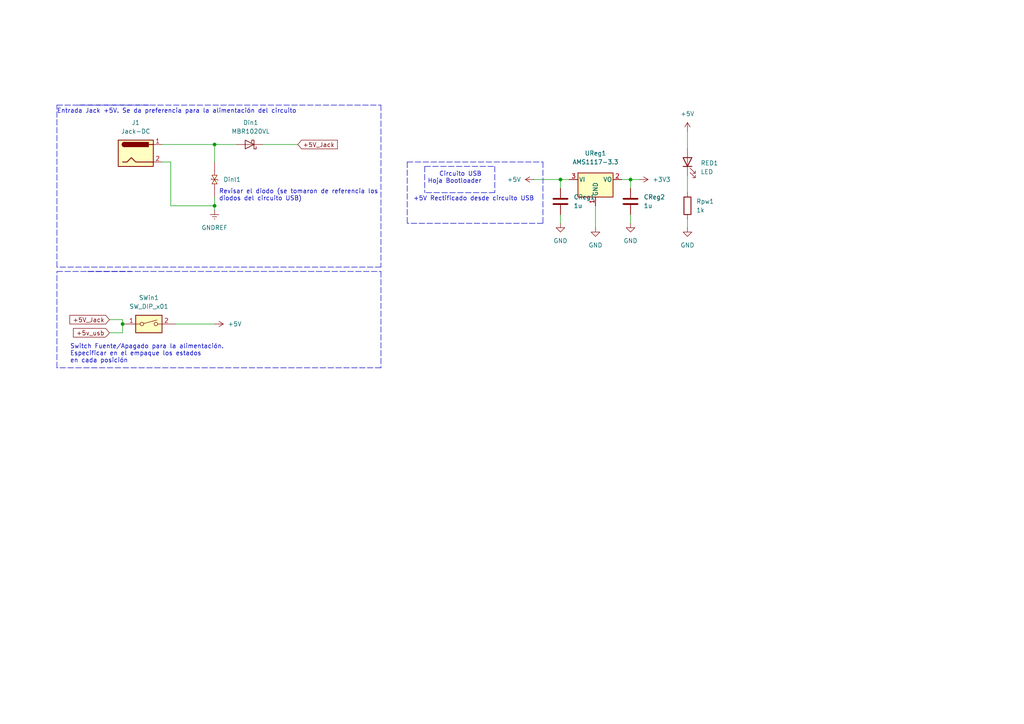
<source format=kicad_sch>
(kicad_sch (version 20211123) (generator eeschema)
  (paper "A4")
  (lib_symbols
    (symbol "Connector:Jack-DC" (pin_names (offset 1.016))
      (property "Reference" "J" (at 0 5.334 0))
      (property "Value" "Jack-DC" (at 0 -5.08 0))
      (symbol "Jack-DC_0_1"
        (rectangle (start -5.08 3.81) (end 5.08 -3.81) (stroke (width 0.254)) (fill (type background)))
        (arc (start -3.302 3.175) (mid -3.937 2.54) (end -3.302 1.905) (stroke (width 0.254)))
        (arc (start -3.302 3.175) (mid -3.937 2.54) (end -3.302 1.905) (stroke (width 0.254)) (fill (type outline)))
        (polyline (pts (xy 5.08 2.54) (xy 3.81 2.54)) (stroke (width 0.254)))
        (polyline (pts (xy -3.81 -2.54) (xy -2.54 -2.54) (xy -1.27 -1.27) (xy 0 -2.54) (xy 2.54 -2.54) (xy 5.08 -2.54)) (stroke (width 0.254)))
        (rectangle (start 3.683 3.175) (end -3.302 1.905) (stroke (width 0.254)) (fill (type outline)))
      )
      (symbol "Jack-DC_1_1"
        (pin passive line (at 7.62 2.54 180) (length 2.54) (name "~") (number "1"))
        (pin passive line (at 7.62 -2.54 180) (length 2.54) (name "~") (number "2"))
      )
    )
    (symbol "Device:C" (pin_numbers hide) (pin_names (offset 0.254))
      (property "Reference" "C" (at 0.635 2.54 0))
      (property "Value" "C" (at 0.635 -2.54 0))
      (symbol "C_0_1"
        (polyline (pts (xy -2.032 -0.762) (xy 2.032 -0.762)) (stroke (width 0.508)))
        (polyline (pts (xy -2.032 0.762) (xy 2.032 0.762)) (stroke (width 0.508)))
      )
      (symbol "C_1_1"
        (pin passive line (at 0 3.81 270) (length 2.794) (name "~") (number "1"))
        (pin passive line (at 0 -3.81 90) (length 2.794) (name "~") (number "2"))
      )
    )
    (symbol "Device:LED" (pin_numbers hide) (pin_names (offset 1.016) hide)
      (property "Reference" "D" (at 0 2.54 0))
      (property "Value" "LED" (at 0 -2.54 0))
      (symbol "LED_0_1"
        (polyline (pts (xy -1.27 -1.27) (xy -1.27 1.27)) (stroke (width 0.254)))
        (polyline (pts (xy -1.27 0) (xy 1.27 0)))
        (polyline (pts (xy 1.27 -1.27) (xy 1.27 1.27) (xy -1.27 0) (xy 1.27 -1.27)) (stroke (width 0.254)))
        (polyline (pts (xy -3.048 -0.762) (xy -4.572 -2.286) (xy -3.81 -2.286) (xy -4.572 -2.286) (xy -4.572 -1.524)))
        (polyline (pts (xy -1.778 -0.762) (xy -3.302 -2.286) (xy -2.54 -2.286) (xy -3.302 -2.286) (xy -3.302 -1.524)))
      )
      (symbol "LED_1_1"
        (pin passive line (at -3.81 0 0) (length 2.54) (name "K") (number "1"))
        (pin passive line (at 3.81 0 180) (length 2.54) (name "A") (number "2"))
      )
    )
    (symbol "Device:R" (pin_numbers hide) (pin_names (offset 0))
      (property "Reference" "R" (at 2.032 0 90))
      (property "Value" "R" (at 0 0 90))
      (symbol "R_0_1"
        (rectangle (start -1.016 -2.54) (end 1.016 2.54) (stroke (width 0.254)))
      )
      (symbol "R_1_1"
        (pin passive line (at 0 3.81 270) (length 1.27) (name "~") (number "1"))
        (pin passive line (at 0 -3.81 90) (length 1.27) (name "~") (number "2"))
      )
    )
    (symbol "Diode:MBR1020VL" (pin_numbers hide) (pin_names hide)
      (property "Reference" "D" (at 0 2.54 0))
      (property "Value" "MBR1020VL" (at 0 -2.54 0))
      (symbol "MBR1020VL_0_1"
        (polyline (pts (xy 1.27 0) (xy -1.27 0)))
        (polyline (pts (xy 1.27 1.27) (xy 1.27 -1.27) (xy -1.27 0) (xy 1.27 1.27)) (stroke (width 0.2032)))
        (polyline (pts (xy -1.905 0.635) (xy -1.905 1.27) (xy -1.27 1.27) (xy -1.27 -1.27) (xy -0.635 -1.27) (xy -0.635 -0.635)) (stroke (width 0.2032)))
      )
      (symbol "MBR1020VL_1_1"
        (pin passive line (at -3.81 0 0) (length 2.54) (name "K") (number "1"))
        (pin passive line (at 3.81 0 180) (length 2.54) (name "A") (number "2"))
      )
    )
    (symbol "LESD5D5.0CT1G:LESD5D5.0CT1G" (pin_numbers hide) (pin_names (offset 1.016) hide)
      (property "Reference" "D" (at -5.08 2.54 0))
      (property "Value" "LESD5D5.0CT1G" (at -5.08 -5.08 0))
      (symbol "LESD5D5.0CT1G_0_0"
        (polyline (pts (xy -1.27 0) (xy -2.54 0)) (stroke (width 0.1524)))
        (polyline (pts (xy 0 -0.762) (xy -0.254 -1.016)) (stroke (width 0.1524)))
        (polyline (pts (xy 0 -0.762) (xy 0 0.762)) (stroke (width 0.1524)))
        (polyline (pts (xy 0 0.762) (xy 0.254 1.016)) (stroke (width 0.1524)))
        (polyline (pts (xy 1.27 0) (xy 2.54 0)) (stroke (width 0.1524)))
        (polyline (pts (xy 0 0) (xy -1.27 -0.762) (xy -1.27 0.762) (xy 0 0)) (stroke (width 0.1524)) (fill (type background)))
        (polyline (pts (xy 0 0) (xy 1.27 0.762) (xy 1.27 -0.762) (xy 0 0)) (stroke (width 0.1524)) (fill (type background)))
        (pin passive line (at -5.08 0 0) (length 2.54) (name "~") (number "1"))
        (pin passive line (at 5.08 0 180) (length 2.54) (name "~") (number "2"))
      )
    )
    (symbol "Regulator_Linear:AMS1117-3.3" (pin_names (offset 0.254))
      (property "Reference" "U" (at -3.81 3.175 0))
      (property "Value" "AMS1117-3.3" (at 0 3.175 0))
      (symbol "AMS1117-3.3_0_1"
        (rectangle (start -5.08 -5.08) (end 5.08 1.905) (stroke (width 0.254)) (fill (type background)))
      )
      (symbol "AMS1117-3.3_1_1"
        (pin power_in line (at 0 -7.62 90) (length 2.54) (name "GND") (number "1"))
        (pin power_out line (at 7.62 0 180) (length 2.54) (name "VO") (number "2"))
        (pin power_in line (at -7.62 0 0) (length 2.54) (name "VI") (number "3"))
      )
    )
    (symbol "Switch:SW_DIP_x01" (pin_names (offset 0) hide)
      (property "Reference" "SW" (at 0 3.81 0))
      (property "Value" "SW_DIP_x01" (at 0 -3.81 0))
      (symbol "SW_DIP_x01_0_0"
        (circle (center -2.032 0) (radius 0.508))
        (polyline (pts (xy -1.524 0.127) (xy 2.3622 1.1684)))
        (circle (center 2.032 0) (radius 0.508))
      )
      (symbol "SW_DIP_x01_0_1"
        (rectangle (start -3.81 2.54) (end 3.81 -2.54) (stroke (width 0.254)) (fill (type background)))
      )
      (symbol "SW_DIP_x01_1_1"
        (pin passive line (at -7.62 0 0) (length 5.08) (name "~") (number "1"))
        (pin passive line (at 7.62 0 180) (length 5.08) (name "~") (number "2"))
      )
    )
    (symbol "power:+3.3V" (power) (pin_names (offset 0))
      (property "Value" "+3.3V" (at 0 3.556 0))
      (symbol "+3.3V_0_1"
        (polyline (pts (xy -0.762 1.27) (xy 0 2.54)))
        (polyline (pts (xy 0 0) (xy 0 2.54)))
        (polyline (pts (xy 0 2.54) (xy 0.762 1.27)))
      )
      (symbol "+3.3V_1_1"
        (pin power_in line (at 0 0 90) (length 0) hide (name "+3V3") (number "1"))
      )
    )
    (symbol "power:+5V" (power) (pin_names (offset 0))
      (property "Value" "+5V" (at 0 3.556 0))
      (symbol "+5V_0_1"
        (polyline (pts (xy -0.762 1.27) (xy 0 2.54)))
        (polyline (pts (xy 0 0) (xy 0 2.54)))
        (polyline (pts (xy 0 2.54) (xy 0.762 1.27)))
      )
      (symbol "+5V_1_1"
        (pin power_in line (at 0 0 90) (length 0) hide (name "+5V") (number "1"))
      )
    )
    (symbol "power:GND" (power) (pin_names (offset 0))
      (property "Value" "GND" (at 0 -3.81 0))
      (symbol "GND_0_1"
        (polyline (pts (xy 0 0) (xy 0 -1.27) (xy 1.27 -1.27) (xy 0 -2.54) (xy -1.27 -1.27) (xy 0 -1.27)))
      )
      (symbol "GND_1_1"
        (pin power_in line (at 0 0 270) (length 0) hide (name "GND") (number "1"))
      )
    )
    (symbol "power:GNDREF" (power) (pin_names (offset 0))
      (property "Value" "GNDREF" (at 0 -3.81 0))
      (symbol "GNDREF_0_1"
        (polyline (pts (xy -0.635 -1.905) (xy 0.635 -1.905)))
        (polyline (pts (xy -0.127 -2.54) (xy 0.127 -2.54)))
        (polyline (pts (xy 0 -1.27) (xy 0 0)))
        (polyline (pts (xy 1.27 -1.27) (xy -1.27 -1.27)))
      )
      (symbol "GNDREF_1_1"
        (pin power_in line (at 0 0 270) (length 0) hide (name "GNDREF") (number "1"))
      )
    )
  )
  (junction (at 62.23 41.91))
  (junction (at 35.56 93.98))
  (junction (at 62.23 59.69))
  (junction (at 162.56 52.07))
  (junction (at 182.88 52.07))
  (wire (pts (xy 199.39 50.8) (xy 199.39 55.88)))
  (wire (pts (xy 162.56 52.07) (xy 165.1 52.07)))
  (wire (pts (xy 162.56 62.23) (xy 162.56 64.77)))
  (wire (pts (xy 46.99 41.91) (xy 62.23 41.91)))
  (wire (pts (xy 35.56 92.71) (xy 35.56 93.98)))
  (polyline (pts (xy 118.11 46.99) (xy 118.11 64.77)))
  (polyline (pts (xy 16.51 30.48) (xy 43.18 30.48)))
  (polyline (pts (xy 110.49 78.74) (xy 110.49 106.68)))
  (wire (pts (xy 62.23 59.69) (xy 62.23 57.15)))
  (wire (pts (xy 199.39 63.5) (xy 199.39 66.04)))
  (polyline (pts (xy 16.51 77.47) (xy 16.51 30.48)))
  (polyline (pts (xy 157.48 46.99) (xy 157.48 64.77)))
  (wire (pts (xy 162.56 52.07) (xy 162.56 54.61)))
  (polyline (pts (xy 110.49 30.48) (xy 110.49 77.47)))
  (wire (pts (xy 76.2 41.91) (xy 86.36 41.91)))
  (wire (pts (xy 62.23 60.96) (xy 62.23 59.69)))
  (wire (pts (xy 62.23 41.91) (xy 68.58 41.91)))
  (polyline (pts (xy 16.51 78.74) (xy 38.1 78.74)))
  (wire (pts (xy 172.72 59.69) (xy 172.72 66.04)))
  (polyline (pts (xy 123.19 48.26) (xy 143.51 48.26)))
  (polyline (pts (xy 16.51 106.68) (xy 16.51 78.74)))
  (polyline (pts (xy 110.49 77.47) (xy 16.51 77.47)))
  (wire (pts (xy 49.53 59.69) (xy 62.23 59.69)))
  (polyline (pts (xy 25.4 78.74) (xy 110.49 78.74)))
  (polyline (pts (xy 143.51 55.88) (xy 123.19 55.88)))
  (wire (pts (xy 62.23 41.91) (xy 62.23 46.99)))
  (wire (pts (xy 35.56 96.52) (xy 35.56 93.98)))
  (polyline (pts (xy 110.49 106.68) (xy 16.51 106.68)))
  (polyline (pts (xy 157.48 64.77) (xy 118.11 64.77)))
  (polyline (pts (xy 143.51 48.26) (xy 143.51 55.88)))
  (wire (pts (xy 31.75 96.52) (xy 35.56 96.52)))
  (wire (pts (xy 46.99 46.99) (xy 49.53 46.99)))
  (wire (pts (xy 49.53 46.99) (xy 49.53 59.69)))
  (wire (pts (xy 182.88 52.07) (xy 182.88 54.61)))
  (wire (pts (xy 180.34 52.07) (xy 182.88 52.07)))
  (wire (pts (xy 154.94 52.07) (xy 162.56 52.07)))
  (polyline (pts (xy 22.86 30.48) (xy 110.49 30.48)))
  (polyline (pts (xy 118.11 46.99) (xy 157.48 46.99)))
  (wire (pts (xy 50.8 93.98) (xy 62.23 93.98)))
  (wire (pts (xy 182.88 62.23) (xy 182.88 64.77)))
  (wire (pts (xy 31.75 92.71) (xy 35.56 92.71)))
  (wire (pts (xy 182.88 52.07) (xy 185.42 52.07)))
  (wire (pts (xy 199.39 38.1) (xy 199.39 43.18)))
  (polyline (pts (xy 123.19 48.26) (xy 123.19 55.88)))
  (text "Entrada Jack +5V. Se da preferencia para la alimentación del circuito" (at 16.51 33.02 0) (effects (font (size 1.27 1.27)) (justify left bottom)))
  (text "+5V Rectificado desde circuito USB\n" (at 154.94 58.42 180) (effects (font (size 1.27 1.27)) (justify right bottom)))
  (text "Circuito USB\nHoja Bootloader\n" (at 139.7 53.34 180) (effects (font (size 1.27 1.27)) (justify right bottom)))
  (text "Revisar el diodo (se tomaron de referencia los\ndiodos del circuito USB)" (at 63.5 58.42 0) (effects (font (size 1.27 1.27)) (justify left bottom)))
  (text "Switch Fuente/Apagado para la alimentación.\nEspecificar en el empaque los estados\nen cada posición" (at 20.32 105.41 0) (effects (font (size 1.27 1.27)) (justify left bottom)))
  (global_label "+5v_usb" (shape input) (at 31.75 96.52 180) (property "Intersheet References" "${INTERSHEET_REFS}" (effects hide)))
  (global_label "+5V_Jack" (shape input) (at 86.36 41.91 0) (property "Intersheet References" "${INTERSHEET_REFS}" (effects hide)))
  (global_label "+5V_Jack" (shape input) (at 31.75 92.71 180) (property "Intersheet References" "${INTERSHEET_REFS}" (effects hide)))
  (symbol (lib_id "power:GNDREF") (at 62.23 60.96 0) (unit 1)
    (property "Reference" "#PWR0118" (effects hide))
    (property "Value" "GNDREF" (at 62.23 66.04 0))
  )
  (symbol (lib_id "power:+5V") (at 199.39 38.1 0) (unit 1)
    (property "Reference" "#PWR0107" (effects hide))
    (property "Value" "+5V" (at 199.39 33.02 0))
  )
  (symbol (lib_id "power:+3.3V") (at 185.42 52.07 270) (unit 1)
    (property "Reference" "#PWR0101" (effects hide))
    (property "Value" "+3.3V" (at 189.23 52.0699 90) (effects (justify left)))
  )
  (symbol (lib_id "Device:C") (at 162.56 58.42 0) (unit 1)
    (property "Reference" "CReg1" (at 166.37 57.1499 0) (effects (justify left)))
    (property "Value" "1u" (at 166.37 59.6899 0) (effects (justify left)))
    (property "Footprint" "Capacitor_SMD:C_0805_2012Metric_Pad1.18x1.45mm_HandSolder" (effects hide))
  )
  (symbol (lib_id "Diode:MBR1020VL") (at 72.39 41.91 180) (unit 1)
    (property "Reference" "Din1" (at 72.7075 35.56 0))
    (property "Value" "MBR1020VL" (at 72.7075 38.1 0))
    (property "Footprint" "Diode_SMD:D_SOD-123F" (effects hide))
    (property "Datasheet" "https://www.onsemi.com/pub/Collateral/MBR1020VL-D.PDF" (effects hide))
  )
  (symbol (lib_id "Device:LED") (at 199.39 46.99 90) (unit 1)
    (property "Reference" "RED1" (at 203.2 47.3074 90) (effects (justify right)))
    (property "Value" "LED" (at 203.2 49.8474 90) (effects (justify right)))
    (property "Footprint" "Resistor_SMD:R_0805_2012Metric_Pad1.20x1.40mm_HandSolder" (effects hide))
  )
  (symbol (lib_id "Regulator_Linear:AMS1117-3.3") (at 172.72 52.07 0) (unit 1)
    (property "Reference" "UReg1" (at 172.72 44.45 0))
    (property "Value" "AMS1117-3.3" (at 172.72 46.99 0))
    (property "Footprint" "Package_TO_SOT_SMD:SOT-223-3_TabPin2" (effects hide))
    (property "Datasheet" "http://www.advanced-monolithic.com/pdf/ds1117.pdf" (effects hide))
  )
  (symbol (lib_id "Device:R") (at 199.39 59.69 0) (unit 1)
    (property "Reference" "Rpw1" (at 201.93 58.4199 0) (effects (justify left)))
    (property "Value" "1k" (at 201.93 60.9599 0) (effects (justify left)))
    (property "Footprint" "Resistor_SMD:R_0805_2012Metric_Pad1.20x1.40mm_HandSolder" (effects hide))
  )
  (symbol (lib_id "power:GND") (at 172.72 66.04 0) (unit 1)
    (property "Reference" "#PWR0105" (effects hide))
    (property "Value" "GND" (at 172.72 71.12 0))
  )
  (symbol (lib_id "power:+5V") (at 62.23 93.98 270) (unit 1)
    (property "Reference" "#PWR0116" (effects hide))
    (property "Value" "+5V" (at 66.04 93.9799 90) (effects (justify left)))
  )
  (symbol (lib_id "LESD5D5.0CT1G:LESD5D5.0CT1G") (at 62.23 52.07 90) (unit 1)
    (property "Reference" "Dinl1" (at 64.77 52.0699 90) (effects (justify right)))
    (property "Value" "LESD5D5.0CT1G" (effects hide))
    (property "Footprint" "LESD5D5:TVS_LESD5D5.0CT1G" (effects hide))
    (property "MANUFACTURER" "LRC" (effects hide))
    (property "MAXIMUM_PACKAGE_HEIGHT" "0.7 mm" (effects hide))
    (property "STANDARD" "Manufacturer Recommendations" (effects hide))
    (property "PARTREV" "O" (effects hide))
  )
  (symbol (lib_id "Switch:SW_DIP_x01") (at 43.18 93.98 0) (unit 1)
    (property "Reference" "SWin1" (at 43.18 86.36 0))
    (property "Value" "SW_DIP_x01" (at 43.18 88.9 0))
    (property "Footprint" "Button_Switch_SMD:SW_DIP_SPSTx01_Slide_9.78x4.72mm_W8.61mm_P2.54mm" (effects hide))
  )
  (symbol (lib_id "power:GND") (at 182.88 64.77 0) (unit 1)
    (property "Reference" "#PWR0103" (effects hide))
    (property "Value" "GND" (at 182.88 69.85 0))
  )
  (symbol (lib_id "power:GND") (at 162.56 64.77 0) (unit 1)
    (property "Reference" "#PWR0106" (effects hide))
    (property "Value" "GND" (at 162.56 69.85 0))
  )
  (symbol (lib_id "Connector:Jack-DC") (at 39.37 44.45 0) (unit 1)
    (property "Reference" "J1" (at 39.37 35.56 0))
    (property "Value" "Jack-DC" (at 39.37 38.1 0))
    (property "Footprint" "Connector_BarrelJack:BarrelJack_Horizontal" (effects hide))
  )
  (symbol (lib_id "Device:C") (at 182.88 58.42 0) (unit 1)
    (property "Reference" "CReg2" (at 186.69 57.1499 0) (effects (justify left)))
    (property "Value" "1u" (at 186.69 59.6899 0) (effects (justify left)))
    (property "Footprint" "Capacitor_SMD:C_0805_2012Metric_Pad1.18x1.45mm_HandSolder" (effects hide))
  )
  (symbol (lib_id "power:GND") (at 199.39 66.04 0) (unit 1)
    (property "Reference" "#PWR0104" (effects hide))
    (property "Value" "GND" (at 199.39 71.12 0))
  )
  (symbol (lib_id "power:+5V") (at 154.94 52.07 90) (unit 1)
    (property "Reference" "#PWR0102" (effects hide))
    (property "Value" "+5V" (at 151.13 52.0699 90) (effects (justify left)))
  )
)
</source>
